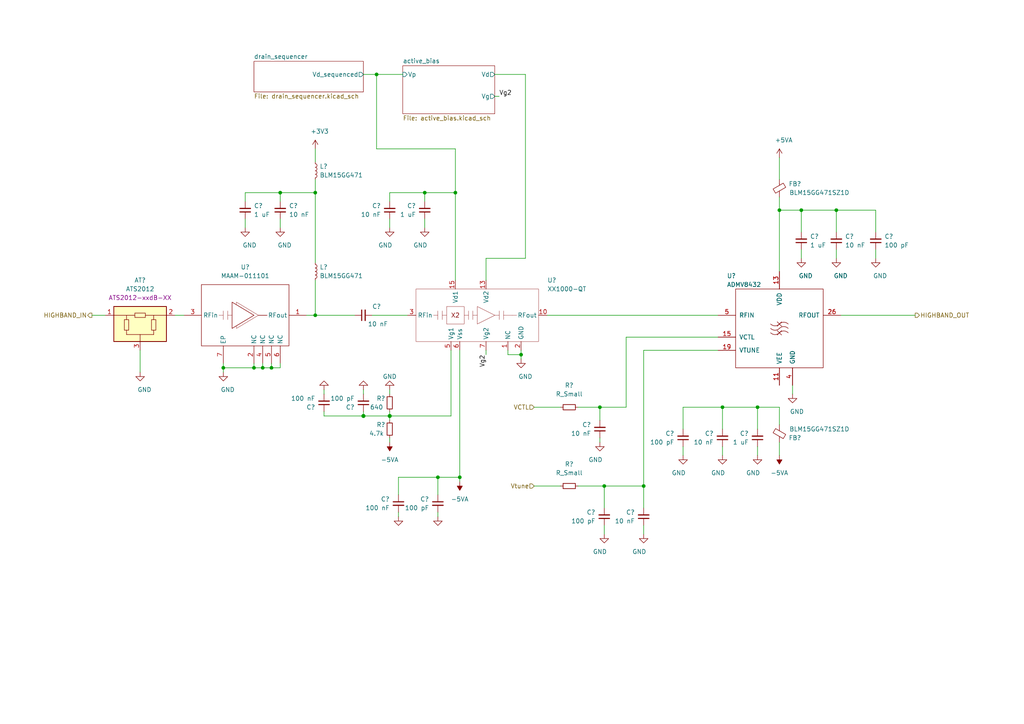
<source format=kicad_sch>
(kicad_sch (version 20210126) (generator eeschema)
  (paper "A4")
  (lib_symbols
    (symbol "Device:C_Small" (pin_numbers hide) (pin_names (offset 0.254) hide)
      (property "Reference" "C" (at 0.254 1.778 0))
      (property "Value" "C_Small" (at 0.254 -2.032 0))
      (symbol "C_Small_0_1"
        (polyline (pts (xy -1.524 -0.508) (xy 1.524 -0.508)) (stroke (width 0.3302)))
        (polyline (pts (xy -1.524 0.508) (xy 1.524 0.508)) (stroke (width 0.3048)))
      )
      (symbol "C_Small_1_1"
        (pin passive line (at 0 2.54 270) (length 2.032) (name "~") (number "1"))
        (pin passive line (at 0 -2.54 90) (length 2.032) (name "~") (number "2"))
      )
    )
    (symbol "Device:FerriteBead_Small" (pin_numbers hide) (pin_names (offset 0))
      (property "Reference" "FB" (at 1.905 1.27 0))
      (property "Value" "FerriteBead_Small" (at 1.905 -1.27 0))
      (symbol "FerriteBead_Small_0_1"
        (polyline (pts (xy 0 -1.27) (xy 0 -0.7874)))
        (polyline (pts (xy 0 0.889) (xy 0 1.2954)))
        (polyline (pts (xy -1.8288 0.2794) (xy -1.1176 1.4986) (xy 1.8288 -0.2032) (xy 1.1176 -1.4224) (xy -1.8288 0.2794)))
      )
      (symbol "FerriteBead_Small_1_1"
        (pin passive line (at 0 2.54 270) (length 1.27) (name "~") (number "1"))
        (pin passive line (at 0 -2.54 90) (length 1.27) (name "~") (number "2"))
      )
    )
    (symbol "Device:L_Small" (pin_numbers hide) (pin_names (offset 0.254) hide)
      (property "Reference" "L" (at 0.762 1.016 0))
      (property "Value" "L_Small" (at 0.762 -1.016 0))
      (symbol "L_Small_0_1"
        (arc (start 0 -2.032) (end 0 -1.016) (radius (at 0 -1.524) (length 0.508) (angles -89.9 89.9)))
        (arc (start 0 -1.016) (end 0 0) (radius (at 0 -0.508) (length 0.508) (angles -89.9 89.9)))
        (arc (start 0 0) (end 0 1.016) (radius (at 0 0.508) (length 0.508) (angles -89.9 89.9)))
        (arc (start 0 1.016) (end 0 2.032) (radius (at 0 1.524) (length 0.508) (angles -89.9 89.9)))
      )
      (symbol "L_Small_1_1"
        (pin passive line (at 0 2.54 270) (length 0.508) (name "~") (number "1"))
        (pin passive line (at 0 -2.54 90) (length 0.508) (name "~") (number "2"))
      )
    )
    (symbol "Device:R_Small" (pin_numbers hide) (pin_names (offset 0.254) hide)
      (property "Reference" "R" (at 0.762 0.508 0))
      (property "Value" "R_Small" (at 0.762 -1.016 0))
      (symbol "R_Small_0_1"
        (rectangle (start -0.762 1.778) (end 0.762 -1.778) (stroke (width 0.2032)))
      )
      (symbol "R_Small_1_1"
        (pin passive line (at 0 2.54 270) (length 0.762) (name "~") (number "1"))
        (pin passive line (at 0 -2.54 90) (length 0.762) (name "~") (number "2"))
      )
    )
    (symbol "jtk_rf:ADMV8432" (pin_names (offset 1.016))
      (property "Reference" "U" (at -24.13 13.97 0))
      (property "Value" "ADMV8432" (at -20.32 16.51 0))
      (symbol "ADMV8432_0_1"
        (arc (start 0 -1.27) (end -2.54 -1.27) (radius (at -1.27 0) (length 1.8034) (angles -45 -135)))
        (arc (start 0 -1.27) (end 2.54 -1.27) (radius (at 1.27 -2.54) (length 1.8034) (angles 135 45)))
        (rectangle (start -12.7 11.43) (end 12.7 -11.43))
        (polyline (pts (xy -0.635 -0.635) (xy 0.635 -1.905)))
        (polyline (pts (xy -0.635 0.635) (xy 0.635 1.905)))
        (polyline (pts (xy -0.635 1.905) (xy 0.635 0.635)))
        (polyline (pts (xy 0.635 -0.635) (xy -0.635 -1.905)))
      )
      (symbol "ADMV8432_1_1"
        (arc (start 0 0) (end -2.54 0) (radius (at -1.27 1.27) (length 1.8034) (angles -45 -135)))
        (arc (start 0 1.27) (end -2.54 1.27) (radius (at -1.27 2.54) (length 1.8034) (angles -45 -135)))
        (arc (start 0 0) (end 2.54 0) (radius (at 1.27 -1.27) (length 1.8034) (angles 135 45)))
        (arc (start 0 1.27) (end 2.54 1.27) (radius (at 1.27 0) (length 1.8034) (angles 135 45)))
        (pin power_in line (at 3.81 -16.51 90) (length 5.08) hide (name "NC") (number "1"))
        (pin power_in line (at 3.81 -16.51 90) (length 5.08) hide (name "NC") (number "10"))
        (pin power_in line (at 0 -16.51 90) (length 5.08) (name "VEE") (number "11"))
        (pin power_in line (at 3.81 -16.51 90) (length 5.08) hide (name "GND") (number "12"))
        (pin power_in line (at 0 16.51 270) (length 5.08) (name "VDD") (number "13"))
        (pin power_in line (at 3.81 -16.51 90) (length 5.08) hide (name "NC") (number "14"))
        (pin input line (at -17.78 -2.54 0) (length 5.08) (name "VCTL") (number "15"))
        (pin power_in line (at 3.81 -16.51 90) (length 5.08) hide (name "GND") (number "16"))
        (pin power_in line (at 3.81 -16.51 90) (length 5.08) hide (name "NC") (number "17"))
        (pin power_in line (at 3.81 -16.51 90) (length 5.08) hide (name "GND") (number "18"))
        (pin input line (at -17.78 -6.35 0) (length 5.08) (name "VTUNE") (number "19"))
        (pin power_in line (at 3.81 -16.51 90) (length 5.08) hide (name "NC") (number "2"))
        (pin power_in line (at 3.81 -16.51 90) (length 5.08) hide (name "NC") (number "20"))
        (pin power_in line (at 3.81 -16.51 90) (length 5.08) hide (name "NC") (number "21"))
        (pin power_in line (at 3.81 -16.51 90) (length 5.08) hide (name "NC") (number "22"))
        (pin power_in line (at 3.81 -16.51 90) (length 5.08) hide (name "NC") (number "23"))
        (pin power_in line (at 3.81 -16.51 90) (length 5.08) hide (name "NC") (number "24"))
        (pin power_in line (at 3.81 -16.51 90) (length 5.08) hide (name "GND") (number "25"))
        (pin output line (at 17.78 3.81 180) (length 5.08) (name "RFOUT") (number "26"))
        (pin power_in line (at 3.81 -16.51 90) (length 5.08) hide (name "GND") (number "27"))
        (pin power_in line (at 3.81 -16.51 90) (length 5.08) hide (name "NC") (number "28"))
        (pin power_in line (at 3.81 -16.51 90) (length 5.08) hide (name "NC") (number "29"))
        (pin power_in line (at 3.81 -16.51 90) (length 5.08) hide (name "NC") (number "3"))
        (pin power_in line (at 3.81 -16.51 90) (length 5.08) hide (name "NC") (number "30"))
        (pin power_in line (at 3.81 -16.51 90) (length 5.08) hide (name "NC") (number "31"))
        (pin power_in line (at 3.81 -16.51 90) (length 5.08) hide (name "NC") (number "32"))
        (pin power_in line (at 3.81 -16.51 90) (length 5.08) hide (name "NC") (number "33"))
        (pin power_in line (at 3.81 -16.51 90) (length 5.08) hide (name "NC") (number "34"))
        (pin power_in line (at 3.81 -16.51 90) (length 5.08) hide (name "NC") (number "35"))
        (pin power_in line (at 3.81 -16.51 90) (length 5.08) hide (name "NC") (number "36"))
        (pin power_in line (at 3.81 -16.51 90) (length 5.08) hide (name "NC") (number "37"))
        (pin power_in line (at 3.81 -16.51 90) (length 5.08) hide (name "NC") (number "38"))
        (pin power_in line (at 3.81 -16.51 90) (length 5.08) hide (name "NC") (number "39"))
        (pin power_in line (at 3.81 -16.51 90) (length 5.08) (name "GND") (number "4"))
        (pin power_in line (at 3.81 -16.51 90) (length 5.08) hide (name "NC") (number "40"))
        (pin power_in line (at 3.81 -16.51 90) (length 5.08) hide (name "GND") (number "41"))
        (pin input line (at -17.78 3.81 0) (length 5.08) (name "RFIN") (number "5"))
        (pin power_in line (at 3.81 -16.51 90) (length 5.08) hide (name "GND") (number "6"))
        (pin power_in line (at 3.81 -16.51 90) (length 5.08) hide (name "NC") (number "7"))
        (pin power_in line (at 3.81 -16.51 90) (length 5.08) hide (name "NC") (number "8"))
        (pin power_in line (at 3.81 -16.51 90) (length 5.08) hide (name "NC") (number "9"))
      )
    )
    (symbol "jtk_rf:ATS2012"
      (property "Reference" "AT" (at -8.89 7.62 0))
      (property "Value" "ATS2012" (at -6.35 5.08 0))
      (property "mpn" "ATS2012-xxdB-XX" (at -3.81 12.7 0))
      (symbol "ATS2012_0_1"
        (rectangle (start -7.62 2.54) (end 7.62 -7.62) (stroke (width 0.254)) (fill (type background)))
        (polyline (pts (xy -3.937 -5.588) (xy 3.937 -5.588)))
        (polyline (pts (xy -3.937 -1.27) (xy -3.937 0)))
        (polyline (pts (xy -1.524 0) (xy -7.62 0)))
        (polyline (pts (xy 0 -7.62) (xy 0 -5.588)))
        (polyline (pts (xy 3.937 -1.27) (xy 3.937 0)))
        (pin passive line (at 0 -10.16 90) (length 2.54) (name "~") (number "3"))
      )
      (symbol "ATS2012_1_1"
        (rectangle (start -4.572 -4.318) (end -3.302 -1.27))
        (rectangle (start -1.524 0.635) (end 1.524 -0.635))
        (rectangle (start 3.302 -4.318) (end 4.572 -1.27))
        (polyline (pts (xy -3.937 -5.588) (xy -3.937 -4.318)))
        (polyline (pts (xy 3.937 -5.588) (xy 3.937 -4.318)))
        (polyline (pts (xy 7.62 0) (xy 1.524 0)))
        (pin passive line (at -10.16 0 0) (length 2.54) (name "~") (number "1"))
        (pin passive line (at 10.16 0 180) (length 2.54) (name "~") (number "2"))
      )
    )
    (symbol "jtk_rf:MAAM-011101"
      (property "Reference" "U" (at -15.24 13.97 0))
      (property "Value" "MAAM-011101" (at -8.89 11.43 0))
      (symbol "MAAM-011101_0_1"
        (rectangle (start -11.43 8.89) (end 13.97 -8.89))
        (polyline (pts (xy -3.81 1.27) (xy -3.81 -1.27)) (stroke (width 0.0006)))
        (polyline (pts (xy -2.54 0) (xy -3.81 0)) (stroke (width 0.0006)))
        (polyline (pts (xy -1.27 3.81) (xy -1.27 3.175)) (stroke (width 0.0006)))
        (polyline (pts (xy 5.08 0) (xy 7.62 0)))
        (polyline (pts (xy -6.35 0) (xy -5.08 0) (xy -5.08 1.27) (xy -5.08 -1.27)) (stroke (width 0.0006)))
        (polyline (pts (xy -1.27 3.81) (xy 5.08 0) (xy -1.27 -3.81) (xy -1.27 -3.175)) (stroke (width 0.0006)))
        (polyline (pts (xy 3.81 0) (xy -2.54 3.81) (xy -2.54 -3.81) (xy 3.81 0)))
      )
      (symbol "MAAM-011101_1_1"
        (pin bidirectional line (at 19.05 0 180) (length 5.08) (name "RFout") (number "1"))
        (pin power_in line (at 3.81 -13.97 90) (length 5.08) (name "NC") (number "2"))
        (pin input line (at -16.51 0 0) (length 5.08) (name "RFin") (number "3"))
        (pin power_in line (at 6.35 -13.97 90) (length 5.08) (name "NC") (number "4"))
        (pin power_in line (at 8.89 -13.97 90) (length 5.08) (name "NC") (number "5"))
        (pin power_in line (at 11.43 -13.97 90) (length 5.08) (name "NC") (number "6"))
        (pin power_in line (at -5.08 -13.97 90) (length 5.08) (name "EP") (number "7"))
      )
    )
    (symbol "jtk_rf:XX1000-QT"
      (property "Reference" "U" (at 20.32 8.89 0))
      (property "Value" "XX1000-QT" (at 25.4 6.35 0))
      (symbol "XX1000-QT_0_0"
        (text "X2" (at -6.35 0 0) (effects (font (size 1.27 1.27))))
      )
      (symbol "XX1000-QT_0_1"
        (rectangle (start -17.78 7.62) (end 17.78 -7.62) (stroke (width 0.0006)))
        (polyline (pts (xy -10.16 0) (xy -8.89 0)) (stroke (width 0.0006)))
        (polyline (pts (xy -10.16 1.27) (xy -10.16 -1.27)) (stroke (width 0.0006)))
        (polyline (pts (xy -2.54 -1.27) (xy -2.54 0)) (stroke (width 0.0006)))
        (polyline (pts (xy -1.27 0) (xy 0 0)) (stroke (width 0.0006)))
        (polyline (pts (xy -1.27 1.27) (xy -1.27 -1.27)) (stroke (width 0.0006)))
        (polyline (pts (xy 5.08 0) (xy 6.35 0)) (stroke (width 0.0006)))
        (polyline (pts (xy 6.35 1.27) (xy 6.35 -1.27)) (stroke (width 0.0006)))
        (polyline (pts (xy 7.62 0) (xy 10.16 0)) (stroke (width 0.0006)))
        (polyline (pts (xy 7.62 1.27) (xy 7.62 -1.27)) (stroke (width 0.0006)))
        (polyline (pts (xy 10.16 0) (xy 11.43 0)) (stroke (width 0.0006)))
        (polyline (pts (xy -3.81 0) (xy -2.54 0) (xy -2.54 1.27)) (stroke (width 0.0006)))
        (polyline (pts (xy -12.7 0) (xy -11.43 0) (xy -11.43 1.27) (xy -11.43 -1.27)) (stroke (width 0.0006)))
        (polyline (pts (xy 0 0) (xy 0 2.54) (xy 5.08 0) (xy 0 -2.54) (xy 0 0)) (stroke (width 0.0006)))
        (polyline (pts (xy -8.89 0) (xy -8.89 2.54) (xy -3.81 2.54) (xy -3.81 -2.54) (xy -8.89 -2.54) (xy -8.89 0)) (stroke (width 0.0006)))
      )
      (symbol "XX1000-QT_1_1"
        (pin passive line (at 8.89 -10.16 90) (length 2.54) (name "NC") (number "1"))
        (pin output line (at 20.32 0 180) (length 2.54) (name "RFout") (number "10"))
        (pin passive line (at 12.7 -10.16 90) (length 2.54) hide (name "GND") (number "11"))
        (pin passive line (at 8.89 -10.16 90) (length 2.54) hide (name "NC") (number "12"))
        (pin input line (at 2.54 10.16 270) (length 2.54) (name "Vd2") (number "13"))
        (pin passive line (at 8.89 -10.16 90) (length 2.54) hide (name "NC") (number "14"))
        (pin input line (at -6.35 10.16 270) (length 2.54) (name "Vd1") (number "15"))
        (pin passive line (at 8.89 -10.16 90) (length 2.54) hide (name "NC") (number "16"))
        (pin passive line (at 12.7 -10.16 90) (length 2.54) hide (name "GND") (number "17"))
        (pin power_in line (at 12.7 -10.16 90) (length 2.54) (name "GND") (number "2"))
        (pin input line (at -20.32 0 0) (length 2.54) (name "RFin") (number "3"))
        (pin passive line (at 12.7 -10.16 90) (length 2.54) hide (name "GND") (number "4"))
        (pin input line (at -7.62 -10.16 90) (length 2.54) (name "Vg1") (number "5"))
        (pin input line (at -5.08 -10.16 90) (length 2.54) (name "Vss") (number "6"))
        (pin input line (at 2.54 -10.16 90) (length 2.54) (name "Vg2") (number "7"))
        (pin passive line (at 8.89 -10.16 90) (length 2.54) hide (name "NC") (number "8"))
        (pin passive line (at 12.7 -10.16 90) (length 2.54) hide (name "GND") (number "9"))
      )
    )
    (symbol "power:+3.3V" (power) (pin_names (offset 0))
      (property "Value" "+3.3V" (at 0 3.556 0))
      (symbol "+3.3V_0_1"
        (polyline (pts (xy -0.762 1.27) (xy 0 2.54)))
        (polyline (pts (xy 0 0) (xy 0 2.54)))
        (polyline (pts (xy 0 2.54) (xy 0.762 1.27)))
      )
      (symbol "+3.3V_1_1"
        (pin power_in line (at 0 0 90) (length 0) hide (name "+3V3") (number "1"))
      )
    )
    (symbol "power:+5VA" (power) (pin_names (offset 0))
      (property "Value" "+5VA" (at 0 3.556 0))
      (symbol "+5VA_0_1"
        (polyline (pts (xy -0.762 1.27) (xy 0 2.54)))
        (polyline (pts (xy 0 0) (xy 0 2.54)))
        (polyline (pts (xy 0 2.54) (xy 0.762 1.27)))
      )
      (symbol "+5VA_1_1"
        (pin power_in line (at 0 0 90) (length 0) hide (name "+5VA") (number "1"))
      )
    )
    (symbol "power:-5VA" (power) (pin_names (offset 0))
      (property "Value" "-5VA" (at 0 3.81 0))
      (symbol "-5VA_0_0"
        (pin power_in line (at 0 0 90) (length 0) hide (name "-5VA") (number "1"))
      )
      (symbol "-5VA_0_1"
        (polyline (pts (xy 0 0) (xy 0 1.27) (xy 0.762 1.27) (xy 0 2.54) (xy -0.762 1.27) (xy 0 1.27)) (fill (type outline)))
      )
    )
    (symbol "power:GND" (power) (pin_names (offset 0))
      (property "Value" "GND" (at 0 -3.81 0))
      (symbol "GND_0_1"
        (polyline (pts (xy 0 0) (xy 0 -1.27) (xy 1.27 -1.27) (xy 0 -2.54) (xy -1.27 -1.27) (xy 0 -1.27)))
      )
      (symbol "GND_1_1"
        (pin power_in line (at 0 0 270) (length 0) hide (name "GND") (number "1"))
      )
    )
  )
  (junction (at 64.77 106.68) (diameter 0.9144))
  (junction (at 73.66 106.68) (diameter 0.9144))
  (junction (at 76.2 106.68) (diameter 0.9144))
  (junction (at 78.74 106.68) (diameter 0.9144))
  (junction (at 81.28 55.88) (diameter 0.9144))
  (junction (at 91.44 55.88) (diameter 0.9144))
  (junction (at 91.44 91.44) (diameter 0.9144))
  (junction (at 105.41 120.65) (diameter 1.016))
  (junction (at 109.22 21.59) (diameter 0.9144))
  (junction (at 113.03 120.65) (diameter 1.016))
  (junction (at 123.19 55.88) (diameter 0.9144))
  (junction (at 127 138.43) (diameter 0.9144))
  (junction (at 132.08 55.88) (diameter 0.9144))
  (junction (at 133.35 138.43) (diameter 0.9144))
  (junction (at 151.13 102.87) (diameter 0.9144))
  (junction (at 173.99 118.11) (diameter 0.9144))
  (junction (at 175.26 140.97) (diameter 0.9144))
  (junction (at 186.69 140.97) (diameter 0.9144))
  (junction (at 209.55 118.11) (diameter 0.9144))
  (junction (at 219.71 118.11) (diameter 0.9144))
  (junction (at 226.06 60.96) (diameter 0.9144))
  (junction (at 232.41 60.96) (diameter 0.9144))
  (junction (at 242.57 60.96) (diameter 0.9144))
  (wire (pts (xy 26.67 91.44) (xy 30.48 91.44)))
  (wire (pts (xy 40.64 101.6) (xy 40.64 107.95)))
  (wire (pts (xy 50.8 91.44) (xy 53.34 91.44)))
  (wire (pts (xy 64.77 105.41) (xy 64.77 106.68)))
  (wire (pts (xy 64.77 106.68) (xy 64.77 107.95)))
  (wire (pts (xy 64.77 106.68) (xy 73.66 106.68)))
  (wire (pts (xy 71.12 55.88) (xy 71.12 58.42)))
  (wire (pts (xy 71.12 55.88) (xy 81.28 55.88)))
  (wire (pts (xy 71.12 63.5) (xy 71.12 66.04)))
  (wire (pts (xy 73.66 105.41) (xy 73.66 106.68)))
  (wire (pts (xy 73.66 106.68) (xy 76.2 106.68)))
  (wire (pts (xy 76.2 105.41) (xy 76.2 106.68)))
  (wire (pts (xy 76.2 106.68) (xy 78.74 106.68)))
  (wire (pts (xy 78.74 105.41) (xy 78.74 106.68)))
  (wire (pts (xy 78.74 106.68) (xy 81.28 106.68)))
  (wire (pts (xy 81.28 55.88) (xy 81.28 58.42)))
  (wire (pts (xy 81.28 55.88) (xy 91.44 55.88)))
  (wire (pts (xy 81.28 63.5) (xy 81.28 66.04)))
  (wire (pts (xy 81.28 105.41) (xy 81.28 106.68)))
  (wire (pts (xy 88.9 91.44) (xy 91.44 91.44)))
  (wire (pts (xy 91.44 43.18) (xy 91.44 46.99)))
  (wire (pts (xy 91.44 52.07) (xy 91.44 55.88)))
  (wire (pts (xy 91.44 55.88) (xy 91.44 76.2)))
  (wire (pts (xy 91.44 81.28) (xy 91.44 91.44)))
  (wire (pts (xy 91.44 91.44) (xy 102.87 91.44)))
  (wire (pts (xy 93.98 114.3) (xy 93.98 113.03)))
  (wire (pts (xy 93.98 119.38) (xy 93.98 120.65)))
  (wire (pts (xy 93.98 120.65) (xy 105.41 120.65)))
  (wire (pts (xy 105.41 21.59) (xy 109.22 21.59)))
  (wire (pts (xy 105.41 114.3) (xy 105.41 113.03)))
  (wire (pts (xy 105.41 119.38) (xy 105.41 120.65)))
  (wire (pts (xy 105.41 120.65) (xy 113.03 120.65)))
  (wire (pts (xy 107.95 91.44) (xy 118.11 91.44)))
  (wire (pts (xy 109.22 21.59) (xy 116.84 21.59)))
  (wire (pts (xy 109.22 43.18) (xy 109.22 21.59)))
  (wire (pts (xy 113.03 55.88) (xy 113.03 58.42)))
  (wire (pts (xy 113.03 63.5) (xy 113.03 66.04)))
  (wire (pts (xy 113.03 113.03) (xy 113.03 114.3)))
  (wire (pts (xy 113.03 120.65) (xy 113.03 119.38)))
  (wire (pts (xy 113.03 120.65) (xy 113.03 121.92)))
  (wire (pts (xy 113.03 120.65) (xy 130.81 120.65)))
  (wire (pts (xy 113.03 127) (xy 113.03 128.27)))
  (wire (pts (xy 115.57 138.43) (xy 115.57 143.51)))
  (wire (pts (xy 115.57 138.43) (xy 127 138.43)))
  (wire (pts (xy 115.57 148.59) (xy 115.57 149.86)))
  (wire (pts (xy 123.19 55.88) (xy 113.03 55.88)))
  (wire (pts (xy 123.19 55.88) (xy 123.19 58.42)))
  (wire (pts (xy 123.19 55.88) (xy 132.08 55.88)))
  (wire (pts (xy 123.19 63.5) (xy 123.19 66.04)))
  (wire (pts (xy 127 138.43) (xy 127 143.51)))
  (wire (pts (xy 127 138.43) (xy 133.35 138.43)))
  (wire (pts (xy 127 148.59) (xy 127 149.86)))
  (wire (pts (xy 130.81 120.65) (xy 130.81 101.6)))
  (wire (pts (xy 132.08 43.18) (xy 109.22 43.18)))
  (wire (pts (xy 132.08 55.88) (xy 132.08 43.18)))
  (wire (pts (xy 132.08 55.88) (xy 132.08 81.28)))
  (wire (pts (xy 133.35 101.6) (xy 133.35 138.43)))
  (wire (pts (xy 133.35 138.43) (xy 133.35 139.7)))
  (wire (pts (xy 140.97 74.93) (xy 140.97 81.28)))
  (wire (pts (xy 140.97 101.6) (xy 140.97 102.87)))
  (wire (pts (xy 143.51 21.59) (xy 152.4 21.59)))
  (wire (pts (xy 143.51 27.94) (xy 144.78 27.94)))
  (wire (pts (xy 147.32 101.6) (xy 147.32 102.87)))
  (wire (pts (xy 147.32 102.87) (xy 151.13 102.87)))
  (wire (pts (xy 151.13 101.6) (xy 151.13 102.87)))
  (wire (pts (xy 151.13 102.87) (xy 151.13 104.14)))
  (wire (pts (xy 152.4 21.59) (xy 152.4 74.93)))
  (wire (pts (xy 152.4 74.93) (xy 140.97 74.93)))
  (wire (pts (xy 154.94 118.11) (xy 162.56 118.11)))
  (wire (pts (xy 154.94 140.97) (xy 162.56 140.97)))
  (wire (pts (xy 158.75 91.44) (xy 208.28 91.44)))
  (wire (pts (xy 167.64 118.11) (xy 173.99 118.11)))
  (wire (pts (xy 167.64 140.97) (xy 175.26 140.97)))
  (wire (pts (xy 173.99 118.11) (xy 173.99 121.92)))
  (wire (pts (xy 173.99 118.11) (xy 181.61 118.11)))
  (wire (pts (xy 173.99 127) (xy 173.99 128.27)))
  (wire (pts (xy 175.26 140.97) (xy 175.26 147.32)))
  (wire (pts (xy 175.26 140.97) (xy 186.69 140.97)))
  (wire (pts (xy 175.26 152.4) (xy 175.26 154.94)))
  (wire (pts (xy 181.61 97.79) (xy 181.61 118.11)))
  (wire (pts (xy 186.69 101.6) (xy 186.69 140.97)))
  (wire (pts (xy 186.69 101.6) (xy 208.28 101.6)))
  (wire (pts (xy 186.69 140.97) (xy 186.69 147.32)))
  (wire (pts (xy 186.69 152.4) (xy 186.69 154.94)))
  (wire (pts (xy 198.12 118.11) (xy 198.12 124.46)))
  (wire (pts (xy 198.12 118.11) (xy 209.55 118.11)))
  (wire (pts (xy 198.12 129.54) (xy 198.12 132.08)))
  (wire (pts (xy 208.28 97.79) (xy 181.61 97.79)))
  (wire (pts (xy 209.55 118.11) (xy 209.55 124.46)))
  (wire (pts (xy 209.55 118.11) (xy 219.71 118.11)))
  (wire (pts (xy 209.55 129.54) (xy 209.55 132.08)))
  (wire (pts (xy 219.71 118.11) (xy 219.71 124.46)))
  (wire (pts (xy 219.71 118.11) (xy 226.06 118.11)))
  (wire (pts (xy 219.71 129.54) (xy 219.71 132.08)))
  (wire (pts (xy 226.06 45.72) (xy 226.06 52.07)))
  (wire (pts (xy 226.06 57.15) (xy 226.06 60.96)))
  (wire (pts (xy 226.06 60.96) (xy 226.06 78.74)))
  (wire (pts (xy 226.06 60.96) (xy 232.41 60.96)))
  (wire (pts (xy 226.06 118.11) (xy 226.06 123.19)))
  (wire (pts (xy 226.06 128.27) (xy 226.06 132.08)))
  (wire (pts (xy 229.87 111.76) (xy 229.87 114.3)))
  (wire (pts (xy 232.41 60.96) (xy 232.41 67.31)))
  (wire (pts (xy 232.41 60.96) (xy 242.57 60.96)))
  (wire (pts (xy 232.41 72.39) (xy 232.41 74.93)))
  (wire (pts (xy 242.57 60.96) (xy 242.57 67.31)))
  (wire (pts (xy 242.57 60.96) (xy 254 60.96)))
  (wire (pts (xy 242.57 72.39) (xy 242.57 74.93)))
  (wire (pts (xy 243.84 91.44) (xy 265.43 91.44)))
  (wire (pts (xy 254 60.96) (xy 254 67.31)))
  (wire (pts (xy 254 72.39) (xy 254 74.93)))
  (label "Vg2" (at 140.97 102.87 270))
  (label "Vg2" (at 144.78 27.94 0))
  (hierarchical_label "HIGHBAND_IN" (shape output) (at 26.67 91.44 180))
  (hierarchical_label "VCTL" (shape input) (at 154.94 118.11 180))
  (hierarchical_label "Vtune" (shape input) (at 154.94 140.97 180))
  (hierarchical_label "HIGHBAND_OUT" (shape output) (at 265.43 91.44 0))
  (symbol (lib_id "Device:L_Small") (at 91.44 49.53 0) (unit 1)
    (property "Reference" "L?" (at 92.71 48.26 0) (effects (justify left)))
    (property "Value" "BLM15GG471" (at 92.71 50.8 0) (effects (justify left)))
  )
  (symbol (lib_id "Device:L_Small") (at 91.44 78.74 0) (unit 1)
    (property "Reference" "L?" (at 92.71 77.47 0) (effects (justify left)))
    (property "Value" "BLM15GG471" (at 92.71 80.01 0) (effects (justify left)))
  )
  (symbol (lib_id "power:+3.3V") (at 91.44 43.18 0) (unit 1)
    (property "Reference" "#PWR0222" (effects hide))
    (property "Value" "+3.3V" (at 92.71 38.1 0))
  )
  (symbol (lib_id "power:-5VA") (at 113.03 128.27 180) (unit 1)
    (property "Reference" "#PWR?" (effects hide))
    (property "Value" "-5VA" (at 113.03 133.35 0))
  )
  (symbol (lib_id "power:-5VA") (at 133.35 139.7 180) (unit 1)
    (property "Reference" "#PWR?" (effects hide))
    (property "Value" "-5VA" (at 133.35 144.78 0))
  )
  (symbol (lib_id "power:+5VA") (at 226.06 45.72 0) (unit 1)
    (property "Reference" "#PWR?" (effects hide))
    (property "Value" "+5VA" (at 227.33 40.64 0))
  )
  (symbol (lib_id "power:-5VA") (at 226.06 132.08 180) (unit 1)
    (property "Reference" "#PWR?" (effects hide))
    (property "Value" "-5VA" (at 226.06 137.16 0))
  )
  (symbol (lib_id "power:GND") (at 40.64 107.95 0) (unit 1)
    (property "Reference" "#PWR0220" (effects hide))
    (property "Value" "GND" (at 41.91 113.03 0))
  )
  (symbol (lib_id "power:GND") (at 64.77 107.95 0) (unit 1)
    (property "Reference" "#PWR0221" (effects hide))
    (property "Value" "GND" (at 66.04 113.03 0))
  )
  (symbol (lib_id "power:GND") (at 71.12 66.04 0) (unit 1)
    (property "Reference" "#PWR0218" (effects hide))
    (property "Value" "GND" (at 72.39 71.12 0))
  )
  (symbol (lib_id "power:GND") (at 81.28 66.04 0) (unit 1)
    (property "Reference" "#PWR0217" (effects hide))
    (property "Value" "GND" (at 82.55 71.12 0))
  )
  (symbol (lib_id "power:GND") (at 93.98 113.03 180) (unit 1)
    (property "Reference" "#PWR?" (effects hide))
    (property "Value" "GND" (effects hide))
  )
  (symbol (lib_id "power:GND") (at 105.41 113.03 180) (unit 1)
    (property "Reference" "#PWR?" (effects hide))
    (property "Value" "GND" (effects hide))
  )
  (symbol (lib_id "power:GND") (at 113.03 66.04 0) (mirror y) (unit 1)
    (property "Reference" "#PWR?" (effects hide))
    (property "Value" "GND" (at 111.76 71.12 0))
  )
  (symbol (lib_id "power:GND") (at 113.03 113.03 180) (unit 1)
    (property "Reference" "#PWR?" (effects hide))
    (property "Value" "GND" (at 113.03 109.22 0))
  )
  (symbol (lib_id "power:GND") (at 115.57 149.86 0) (mirror y) (unit 1)
    (property "Reference" "#PWR?" (effects hide))
    (property "Value" "GND" (effects hide))
  )
  (symbol (lib_id "power:GND") (at 123.19 66.04 0) (mirror y) (unit 1)
    (property "Reference" "#PWR?" (effects hide))
    (property "Value" "GND" (at 121.92 71.12 0))
  )
  (symbol (lib_id "power:GND") (at 127 149.86 0) (mirror y) (unit 1)
    (property "Reference" "#PWR?" (effects hide))
    (property "Value" "GND" (effects hide))
  )
  (symbol (lib_id "power:GND") (at 151.13 104.14 0) (unit 1)
    (property "Reference" "#PWR0216" (effects hide))
    (property "Value" "GND" (at 152.4 109.22 0))
  )
  (symbol (lib_id "power:GND") (at 173.99 128.27 0) (mirror y) (unit 1)
    (property "Reference" "#PWR?" (effects hide))
    (property "Value" "GND" (at 172.72 133.35 0))
  )
  (symbol (lib_id "power:GND") (at 175.26 154.94 0) (mirror y) (unit 1)
    (property "Reference" "#PWR?" (effects hide))
    (property "Value" "GND" (at 173.99 160.02 0))
  )
  (symbol (lib_id "power:GND") (at 186.69 154.94 0) (mirror y) (unit 1)
    (property "Reference" "#PWR?" (effects hide))
    (property "Value" "GND" (at 185.42 160.02 0))
  )
  (symbol (lib_id "power:GND") (at 198.12 132.08 0) (mirror y) (unit 1)
    (property "Reference" "#PWR?" (effects hide))
    (property "Value" "GND" (at 196.85 137.16 0))
  )
  (symbol (lib_id "power:GND") (at 209.55 132.08 0) (mirror y) (unit 1)
    (property "Reference" "#PWR?" (effects hide))
    (property "Value" "GND" (at 208.28 137.16 0))
  )
  (symbol (lib_id "power:GND") (at 219.71 132.08 0) (mirror y) (unit 1)
    (property "Reference" "#PWR?" (effects hide))
    (property "Value" "GND" (at 218.44 137.16 0))
  )
  (symbol (lib_id "power:GND") (at 229.87 114.3 0) (unit 1)
    (property "Reference" "#PWR0219" (effects hide))
    (property "Value" "GND" (at 231.14 119.38 0))
  )
  (symbol (lib_id "power:GND") (at 232.41 74.93 0) (unit 1)
    (property "Reference" "#PWR?" (effects hide))
    (property "Value" "GND" (at 233.68 80.01 0))
  )
  (symbol (lib_id "power:GND") (at 242.57 74.93 0) (unit 1)
    (property "Reference" "#PWR?" (effects hide))
    (property "Value" "GND" (at 243.84 80.01 0))
  )
  (symbol (lib_id "power:GND") (at 254 74.93 0) (unit 1)
    (property "Reference" "#PWR?" (effects hide))
    (property "Value" "GND" (at 255.27 80.01 0))
  )
  (symbol (lib_id "Device:R_Small") (at 113.03 116.84 180) (unit 1)
    (property "Reference" "R?" (at 110.49 115.57 0))
    (property "Value" "640" (at 109.22 118.11 0))
    (property "Footprint" "Resistor_SMD:R_0402_1005Metric" (effects hide))
  )
  (symbol (lib_id "Device:R_Small") (at 113.03 124.46 180) (unit 1)
    (property "Reference" "R?" (at 110.49 123.19 0))
    (property "Value" "4.7k" (at 109.22 125.73 0))
    (property "Footprint" "Resistor_SMD:R_0402_1005Metric" (effects hide))
  )
  (symbol (lib_id "Device:R_Small") (at 165.1 118.11 90) (unit 1)
    (property "Reference" "R?" (at 165.1 111.76 90))
    (property "Value" "R_Small" (at 165.1 114.3 90))
  )
  (symbol (lib_id "Device:R_Small") (at 165.1 140.97 90) (unit 1)
    (property "Reference" "R?" (at 165.1 134.62 90))
    (property "Value" "R_Small" (at 165.1 137.16 90))
  )
  (symbol (lib_id "Device:C_Small") (at 71.12 60.96 180) (unit 1)
    (property "Reference" "C?" (at 73.66 59.69 0) (effects (justify right)))
    (property "Value" "1 uF" (at 73.66 62.23 0) (effects (justify right)))
  )
  (symbol (lib_id "Device:C_Small") (at 81.28 60.96 180) (unit 1)
    (property "Reference" "C?" (at 83.82 59.69 0) (effects (justify right)))
    (property "Value" "10 nF" (at 83.82 62.23 0) (effects (justify right)))
  )
  (symbol (lib_id "Device:C_Small") (at 93.98 116.84 180) (unit 1)
    (property "Reference" "C?" (at 91.44 118.11 0) (effects (justify left)))
    (property "Value" "100 nF" (at 91.44 115.57 0) (effects (justify left)))
    (property "Footprint" "Capacitor_SMD:C_0402_1005Metric" (effects hide))
  )
  (symbol (lib_id "Device:C_Small") (at 105.41 91.44 90) (unit 1)
    (property "Reference" "C?" (at 107.95 88.9 90) (effects (justify right)))
    (property "Value" "10 nF" (at 106.68 93.98 90) (effects (justify right)))
  )
  (symbol (lib_id "Device:C_Small") (at 105.41 116.84 180) (unit 1)
    (property "Reference" "C?" (at 102.87 118.11 0) (effects (justify left)))
    (property "Value" "100 pF" (at 102.87 115.57 0) (effects (justify left)))
    (property "Footprint" "Capacitor_SMD:C_0402_1005Metric" (effects hide))
  )
  (symbol (lib_id "Device:C_Small") (at 113.03 60.96 0) (mirror x) (unit 1)
    (property "Reference" "C?" (at 110.49 59.69 0) (effects (justify right)))
    (property "Value" "10 nF" (at 110.49 62.23 0) (effects (justify right)))
  )
  (symbol (lib_id "Device:C_Small") (at 115.57 146.05 0) (mirror y) (unit 1)
    (property "Reference" "C?" (at 113.03 144.78 0) (effects (justify left)))
    (property "Value" "100 nF" (at 113.03 147.32 0) (effects (justify left)))
    (property "Footprint" "Capacitor_SMD:C_0402_1005Metric" (effects hide))
  )
  (symbol (lib_id "Device:C_Small") (at 123.19 60.96 0) (mirror x) (unit 1)
    (property "Reference" "C?" (at 120.65 59.69 0) (effects (justify right)))
    (property "Value" "1 uF" (at 120.65 62.23 0) (effects (justify right)))
  )
  (symbol (lib_id "Device:C_Small") (at 127 146.05 0) (mirror y) (unit 1)
    (property "Reference" "C?" (at 124.46 144.78 0) (effects (justify left)))
    (property "Value" "100 pF" (at 124.46 147.32 0) (effects (justify left)))
    (property "Footprint" "Capacitor_SMD:C_0402_1005Metric" (effects hide))
  )
  (symbol (lib_id "Device:C_Small") (at 173.99 124.46 0) (mirror x) (unit 1)
    (property "Reference" "C?" (at 171.45 123.19 0) (effects (justify right)))
    (property "Value" "10 nF" (at 171.45 125.73 0) (effects (justify right)))
  )
  (symbol (lib_id "Device:C_Small") (at 175.26 149.86 0) (mirror x) (unit 1)
    (property "Reference" "C?" (at 172.72 148.59 0) (effects (justify right)))
    (property "Value" "100 pF" (at 172.72 151.13 0) (effects (justify right)))
  )
  (symbol (lib_id "Device:C_Small") (at 186.69 149.86 0) (mirror x) (unit 1)
    (property "Reference" "C?" (at 184.15 148.59 0) (effects (justify right)))
    (property "Value" "10 nF" (at 184.15 151.13 0) (effects (justify right)))
  )
  (symbol (lib_id "Device:C_Small") (at 198.12 127 0) (mirror x) (unit 1)
    (property "Reference" "C?" (at 195.58 125.73 0) (effects (justify right)))
    (property "Value" "100 pF" (at 195.58 128.27 0) (effects (justify right)))
  )
  (symbol (lib_id "Device:C_Small") (at 209.55 127 0) (mirror x) (unit 1)
    (property "Reference" "C?" (at 207.01 125.73 0) (effects (justify right)))
    (property "Value" "10 nF" (at 207.01 128.27 0) (effects (justify right)))
  )
  (symbol (lib_id "Device:C_Small") (at 219.71 127 0) (mirror x) (unit 1)
    (property "Reference" "C?" (at 217.17 125.73 0) (effects (justify right)))
    (property "Value" "1 uF" (at 217.17 128.27 0) (effects (justify right)))
  )
  (symbol (lib_id "Device:C_Small") (at 232.41 69.85 180) (unit 1)
    (property "Reference" "C?" (at 234.95 68.58 0) (effects (justify right)))
    (property "Value" "1 uF" (at 234.95 71.12 0) (effects (justify right)))
  )
  (symbol (lib_id "Device:C_Small") (at 242.57 69.85 180) (unit 1)
    (property "Reference" "C?" (at 245.11 68.58 0) (effects (justify right)))
    (property "Value" "10 nF" (at 245.11 71.12 0) (effects (justify right)))
  )
  (symbol (lib_id "Device:C_Small") (at 254 69.85 180) (unit 1)
    (property "Reference" "C?" (at 256.54 68.58 0) (effects (justify right)))
    (property "Value" "100 pF" (at 256.54 71.12 0) (effects (justify right)))
  )
  (symbol (lib_id "Device:FerriteBead_Small") (at 226.06 54.61 0) (mirror y) (unit 1)
    (property "Reference" "FB?" (at 232.41 53.34 0) (effects (justify left)))
    (property "Value" "BLM15GG471SZ1D" (at 246.38 55.88 0) (effects (justify left)))
  )
  (symbol (lib_id "Device:FerriteBead_Small") (at 226.06 125.73 180) (unit 1)
    (property "Reference" "FB?" (at 232.41 127 0) (effects (justify left)))
    (property "Value" "BLM15GG471SZ1D" (at 246.38 124.46 0) (effects (justify left)))
  )
  (symbol (lib_id "jtk_rf:ATS2012") (at 40.64 91.44 0) (unit 1)
    (property "Reference" "AT?" (at 40.64 81.28 0))
    (property "Value" "ATS2012" (at 40.64 83.82 0))
    (property "Footprint" "jtk_rf_footprints:ATS2012" (effects hide))
    (property "Datasheet" "https://www.susumu.co.jp/common/pdf/n_catalog_partition37_en.pdf?v=20180406" (effects hide))
    (property "mpn" "ATS2012-xxdB-XX" (at 40.64 86.36 0))
  )
  (symbol (lib_id "jtk_rf:MAAM-011101") (at 69.85 91.44 0) (unit 1)
    (property "Reference" "U?" (at 71.12 77.47 0))
    (property "Value" "MAAM-011101" (at 71.12 80.01 0))
    (property "Footprint" "jtk_rf_footprints:TDFN6" (effects hide))
    (property "Datasheet" "https://cdn.macom.com/datasheets/maam-011101.pdf" (effects hide))
    (property "mpn" "MAAM-011101-TR1000" (effects hide))
    (property "digikey#" "1465-1283-1-ND" (effects hide))
    (property "mfg" "Macom" (effects hide))
  )
  (symbol (lib_id "jtk_rf:XX1000-QT") (at 138.43 91.44 0) (unit 1)
    (property "Reference" "U?" (at 158.75 81.28 0) (effects (justify left)))
    (property "Value" "XX1000-QT" (at 158.75 83.82 0) (effects (justify left)))
    (property "Footprint" "Package_DFN_QFN:QFN-16-1EP_3x3mm_P0.5mm_EP1.45x1.45mm" (effects hide))
    (property "Datasheet" "https://cdn.macom.com/datasheets/XX1000-QT.pdf" (effects hide))
    (property "mfg" "MACOM" (effects hide))
    (property "mpn" "XX1000-QT-0G0T" (effects hide))
    (property "dist" "RichardsonRFPD" (effects hide))
  )
  (symbol (lib_id "jtk_rf:ADMV8432") (at 226.06 95.25 0) (unit 1)
    (property "Reference" "U?" (at 210.82 80.01 0) (effects (justify left)))
    (property "Value" "ADMV8432" (at 210.82 82.55 0) (effects (justify left)))
    (property "Footprint" "jtk_rf_footprints:LFCSP-40-1EP_6x6mm_P0.5mm_EP4.7x4.7mm" (effects hide))
    (property "Datasheet" "https://www.mouser.com/datasheet/2/609/ADMV8432-1627702.pdf" (effects hide))
    (property "mfg" "Analog Devices" (effects hide))
    (property "mpn" "ADMV8432ACPZ" (effects hide))
    (property "mouser#" "584-ADMV8432ACPZ" (effects hide))
  )
  (sheet (at 116.84 19.05) (size 26.67 13.97) (stroke (width 0.001))
    (property "Sheet name" "active_bias" (at 116.84 18.4141 0) (effects (justify left bottom)))
    (property "Sheet file" "active_bias.kicad_sch" (at 116.84 33.5289 0) (effects (justify left top)))
    (pin "Vd" output (at 143.51 21.59 0))
    (pin "Vg" output (at 143.51 27.94 0))
    (pin "Vp" input (at 116.84 21.59 180))
  )
  (sheet (at 73.66 17.78) (size 31.75 8.89) (stroke (width 0.001))
    (property "Sheet name" "drain_sequencer" (at 73.66 17.1441 0) (effects (justify left bottom)))
    (property "Sheet file" "drain_sequencer.kicad_sch" (at 73.66 27.1789 0) (effects (justify left top)))
    (pin "Vd_sequenced" output (at 105.41 21.59 0))
  )
)
</source>
